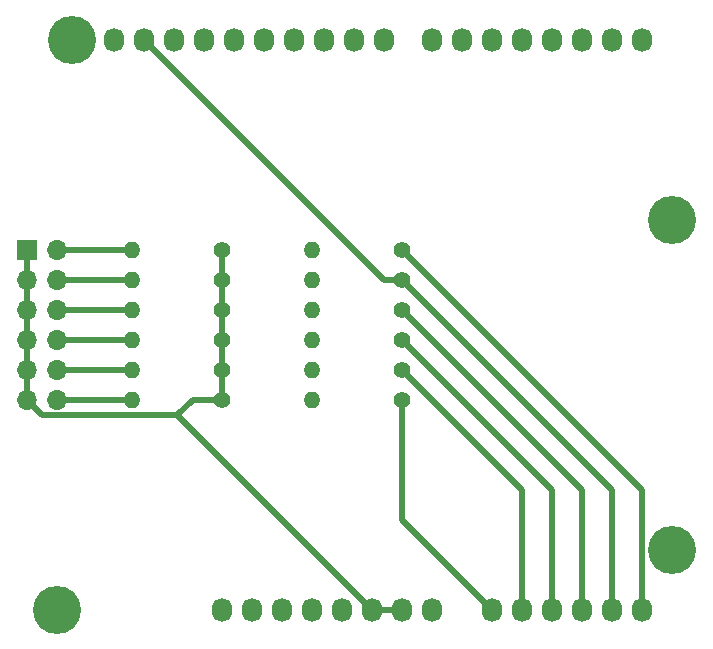
<source format=gbr>
%TF.GenerationSoftware,KiCad,Pcbnew,5.1.6-c6e7f7d~87~ubuntu18.04.1*%
%TF.CreationDate,2020-08-10T15:18:34+02:00*%
%TF.ProjectId,uno-analog-input,756e6f2d-616e-4616-9c6f-672d696e7075,1.0*%
%TF.SameCoordinates,PX69db1f0PY7882d48*%
%TF.FileFunction,Copper,L2,Bot*%
%TF.FilePolarity,Positive*%
%FSLAX46Y46*%
G04 Gerber Fmt 4.6, Leading zero omitted, Abs format (unit mm)*
G04 Created by KiCad (PCBNEW 5.1.6-c6e7f7d~87~ubuntu18.04.1) date 2020-08-10 15:18:34*
%MOMM*%
%LPD*%
G01*
G04 APERTURE LIST*
%TA.AperFunction,ComponentPad*%
%ADD10O,1.400000X1.400000*%
%TD*%
%TA.AperFunction,ComponentPad*%
%ADD11C,1.400000*%
%TD*%
%TA.AperFunction,ComponentPad*%
%ADD12O,1.727200X2.032000*%
%TD*%
%TA.AperFunction,ComponentPad*%
%ADD13C,4.064000*%
%TD*%
%TA.AperFunction,ComponentPad*%
%ADD14R,1.700000X1.700000*%
%TD*%
%TA.AperFunction,ComponentPad*%
%ADD15O,1.700000X1.700000*%
%TD*%
%TA.AperFunction,Conductor*%
%ADD16C,0.500000*%
%TD*%
G04 APERTURE END LIST*
D10*
%TO.P,R12,2*%
%TO.N,Net-(J1-Pad12)*%
X35560000Y20320000D03*
D11*
%TO.P,R12,1*%
%TO.N,/A0*%
X43180000Y20320000D03*
%TD*%
D10*
%TO.P,R10,2*%
%TO.N,Net-(J1-Pad8)*%
X35560000Y25400000D03*
D11*
%TO.P,R10,1*%
%TO.N,/A2*%
X43180000Y25400000D03*
%TD*%
D10*
%TO.P,R9,2*%
%TO.N,Net-(J1-Pad6)*%
X35560000Y27940000D03*
D11*
%TO.P,R9,1*%
%TO.N,/A3*%
X43180000Y27940000D03*
%TD*%
D10*
%TO.P,R8,2*%
%TO.N,Net-(J1-Pad4)*%
X35560000Y30480000D03*
D11*
%TO.P,R8,1*%
%TO.N,/A4(SDA)*%
X43180000Y30480000D03*
%TD*%
D10*
%TO.P,R7,2*%
%TO.N,Net-(J1-Pad2)*%
X35560000Y33020000D03*
D11*
%TO.P,R7,1*%
%TO.N,/A5(SCL)*%
X43180000Y33020000D03*
%TD*%
D10*
%TO.P,R6,2*%
%TO.N,Net-(J1-Pad12)*%
X20320000Y20320000D03*
D11*
%TO.P,R6,1*%
%TO.N,GND*%
X27940000Y20320000D03*
%TD*%
D10*
%TO.P,R5,2*%
%TO.N,Net-(J1-Pad10)*%
X20320000Y22860000D03*
D11*
%TO.P,R5,1*%
%TO.N,GND*%
X27940000Y22860000D03*
%TD*%
D10*
%TO.P,R4,2*%
%TO.N,Net-(J1-Pad8)*%
X20320000Y25400000D03*
D11*
%TO.P,R4,1*%
%TO.N,GND*%
X27940000Y25400000D03*
%TD*%
D10*
%TO.P,R3,2*%
%TO.N,Net-(J1-Pad6)*%
X20320000Y27940000D03*
D11*
%TO.P,R3,1*%
%TO.N,GND*%
X27940000Y27940000D03*
%TD*%
D10*
%TO.P,R2,2*%
%TO.N,Net-(J1-Pad4)*%
X20320000Y30480000D03*
D11*
%TO.P,R2,1*%
%TO.N,GND*%
X27940000Y30480000D03*
%TD*%
D10*
%TO.P,R1,2*%
%TO.N,Net-(J1-Pad2)*%
X20320000Y33020000D03*
D11*
%TO.P,R1,1*%
%TO.N,GND*%
X27940000Y33020000D03*
%TD*%
D12*
%TO.P,P1,1*%
%TO.N,Net-(P1-Pad1)*%
X27940000Y2540000D03*
%TO.P,P1,2*%
%TO.N,/IOREF*%
X30480000Y2540000D03*
%TO.P,P1,3*%
%TO.N,/Reset*%
X33020000Y2540000D03*
%TO.P,P1,4*%
%TO.N,+3V3*%
X35560000Y2540000D03*
%TO.P,P1,5*%
%TO.N,+5V*%
X38100000Y2540000D03*
%TO.P,P1,6*%
%TO.N,GND*%
X40640000Y2540000D03*
%TO.P,P1,7*%
X43180000Y2540000D03*
%TO.P,P1,8*%
%TO.N,/Vin*%
X45720000Y2540000D03*
%TD*%
%TO.P,P2,1*%
%TO.N,/A0*%
X50800000Y2540000D03*
%TO.P,P2,2*%
%TO.N,/A1*%
X53340000Y2540000D03*
%TO.P,P2,3*%
%TO.N,/A2*%
X55880000Y2540000D03*
%TO.P,P2,4*%
%TO.N,/A3*%
X58420000Y2540000D03*
%TO.P,P2,5*%
%TO.N,/A4(SDA)*%
X60960000Y2540000D03*
%TO.P,P2,6*%
%TO.N,/A5(SCL)*%
X63500000Y2540000D03*
%TD*%
%TO.P,P3,1*%
%TO.N,/A5(SCL)*%
X18796000Y50800000D03*
%TO.P,P3,2*%
%TO.N,/A4(SDA)*%
X21336000Y50800000D03*
%TO.P,P3,3*%
%TO.N,/AREF*%
X23876000Y50800000D03*
%TO.P,P3,4*%
%TO.N,GND*%
X26416000Y50800000D03*
%TO.P,P3,5*%
%TO.N,/13(SCK)*%
X28956000Y50800000D03*
%TO.P,P3,6*%
%TO.N,/12(MISO)*%
X31496000Y50800000D03*
%TO.P,P3,7*%
%TO.N,/11(\u002A\u002A/MOSI)*%
X34036000Y50800000D03*
%TO.P,P3,8*%
%TO.N,/10(\u002A\u002A/SS)*%
X36576000Y50800000D03*
%TO.P,P3,9*%
%TO.N,/9(\u002A\u002A)*%
X39116000Y50800000D03*
%TO.P,P3,10*%
%TO.N,/8*%
X41656000Y50800000D03*
%TD*%
%TO.P,P4,1*%
%TO.N,/7*%
X45720000Y50800000D03*
%TO.P,P4,2*%
%TO.N,/6(\u002A\u002A)*%
X48260000Y50800000D03*
%TO.P,P4,3*%
%TO.N,/5(\u002A\u002A)*%
X50800000Y50800000D03*
%TO.P,P4,4*%
%TO.N,/4*%
X53340000Y50800000D03*
%TO.P,P4,5*%
%TO.N,/3(\u002A\u002A)*%
X55880000Y50800000D03*
%TO.P,P4,6*%
%TO.N,/2*%
X58420000Y50800000D03*
%TO.P,P4,7*%
%TO.N,/1(Tx)*%
X60960000Y50800000D03*
%TO.P,P4,8*%
%TO.N,/0(Rx)*%
X63500000Y50800000D03*
%TD*%
D13*
%TO.P,P5,1*%
%TO.N,Net-(P5-Pad1)*%
X13970000Y2540000D03*
%TD*%
%TO.P,P6,1*%
%TO.N,Net-(P6-Pad1)*%
X66040000Y7620000D03*
%TD*%
%TO.P,P7,1*%
%TO.N,Net-(P7-Pad1)*%
X15240000Y50800000D03*
%TD*%
%TO.P,P8,1*%
%TO.N,Net-(P8-Pad1)*%
X66040000Y35560000D03*
%TD*%
D14*
%TO.P,J1,1*%
%TO.N,GND*%
X11430000Y33020000D03*
D15*
%TO.P,J1,2*%
%TO.N,Net-(J1-Pad2)*%
X13970000Y33020000D03*
%TO.P,J1,3*%
%TO.N,GND*%
X11430000Y30480000D03*
%TO.P,J1,4*%
%TO.N,Net-(J1-Pad4)*%
X13970000Y30480000D03*
%TO.P,J1,5*%
%TO.N,GND*%
X11430000Y27940000D03*
%TO.P,J1,6*%
%TO.N,Net-(J1-Pad6)*%
X13970000Y27940000D03*
%TO.P,J1,7*%
%TO.N,GND*%
X11430000Y25400000D03*
%TO.P,J1,8*%
%TO.N,Net-(J1-Pad8)*%
X13970000Y25400000D03*
%TO.P,J1,9*%
%TO.N,GND*%
X11430000Y22860000D03*
%TO.P,J1,10*%
%TO.N,Net-(J1-Pad10)*%
X13970000Y22860000D03*
%TO.P,J1,11*%
%TO.N,GND*%
X11430000Y20320000D03*
%TO.P,J1,12*%
%TO.N,Net-(J1-Pad12)*%
X13970000Y20320000D03*
%TD*%
D10*
%TO.P,R11,2*%
%TO.N,Net-(J1-Pad10)*%
X35560000Y22860000D03*
D11*
%TO.P,R11,1*%
%TO.N,/A1*%
X43180000Y22860000D03*
%TD*%
D16*
%TO.N,GND*%
X27940000Y33020000D02*
X27940000Y20320000D01*
X11430000Y33020000D02*
X11430000Y20320000D01*
X24160001Y19019999D02*
X40640000Y2540000D01*
X12730001Y19019999D02*
X24160001Y19019999D01*
X11430000Y20320000D02*
X12730001Y19019999D01*
X40640000Y2540000D02*
X43180000Y2540000D01*
X25460002Y20320000D02*
X24160001Y19019999D01*
X27940000Y20320000D02*
X25460002Y20320000D01*
%TO.N,/A0*%
X43180000Y10160000D02*
X50800000Y2540000D01*
X43180000Y20320000D02*
X43180000Y10160000D01*
%TO.N,/A1*%
X53340000Y12700000D02*
X53340000Y2540000D01*
X43180000Y22860000D02*
X53340000Y12700000D01*
%TO.N,/A2*%
X55880000Y12700000D02*
X55880000Y2540000D01*
X43180000Y25400000D02*
X55880000Y12700000D01*
%TO.N,/A3*%
X58420000Y12700000D02*
X58420000Y2540000D01*
X43180000Y27940000D02*
X58420000Y12700000D01*
%TO.N,/A4(SDA)*%
X60960000Y12700000D02*
X60960000Y2540000D01*
X43180000Y30480000D02*
X60960000Y12700000D01*
X41656000Y30480000D02*
X43180000Y30480000D01*
X21336000Y50800000D02*
X41656000Y30480000D01*
%TO.N,/A5(SCL)*%
X63500000Y12700000D02*
X63500000Y2540000D01*
X43180000Y33020000D02*
X63500000Y12700000D01*
%TO.N,Net-(J1-Pad2)*%
X13970000Y33020000D02*
X20320000Y33020000D01*
%TO.N,Net-(J1-Pad4)*%
X13970000Y30480000D02*
X20320000Y30480000D01*
%TO.N,Net-(J1-Pad6)*%
X13970000Y27940000D02*
X20320000Y27940000D01*
%TO.N,Net-(J1-Pad8)*%
X13970000Y25400000D02*
X20320000Y25400000D01*
%TO.N,Net-(J1-Pad10)*%
X13970000Y22860000D02*
X20320000Y22860000D01*
%TO.N,Net-(J1-Pad12)*%
X13970000Y20320000D02*
X20320000Y20320000D01*
%TD*%
M02*

</source>
